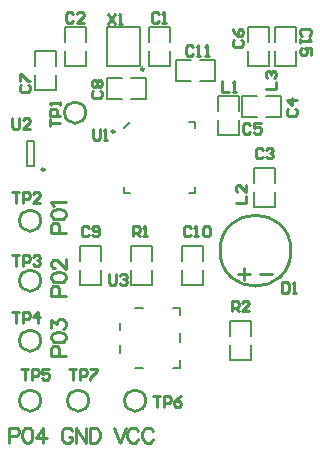
<source format=gto>
G04 Layer_Color=65535*
%FSLAX25Y25*%
%MOIN*%
G70*
G01*
G75*
%ADD22C,0.00787*%
%ADD29C,0.00984*%
%ADD30C,0.01000*%
%ADD31C,0.00600*%
%ADD32C,0.00500*%
D22*
X11181Y112866D02*
Y121134D01*
X8819Y112866D02*
Y121134D01*
Y112866D02*
X11181D01*
X8819Y121134D02*
X11181D01*
X41189Y125343D02*
X43158Y127311D01*
X62843D02*
X64811D01*
Y125343D02*
Y127311D01*
Y103689D02*
Y105657D01*
X62843Y103689D02*
X64811D01*
X41189D02*
X43158D01*
X41189D02*
Y105657D01*
D29*
X13535Y34500D02*
G03*
X13535Y34500I-3536J0D01*
G01*
X29535D02*
G03*
X29535Y34500I-3536J0D01*
G01*
X14823Y111488D02*
G03*
X14823Y111488I-492J0D01*
G01*
X13535Y54500D02*
G03*
X13535Y54500I-3536J0D01*
G01*
Y74500D02*
G03*
X13535Y74500I-3536J0D01*
G01*
Y94500D02*
G03*
X13535Y94500I-3536J0D01*
G01*
X38138Y124162D02*
G03*
X38138Y124162I-492J0D01*
G01*
X28536Y130500D02*
G03*
X28536Y130500I-3536J0D01*
G01*
X48535Y34500D02*
G03*
X48535Y34500I-3536J0D01*
G01*
D30*
X96929Y84501D02*
G03*
X96929Y84500I-11811J-1D01*
G01*
X48000Y145000D02*
G03*
X48000Y145000I-500J0D01*
G01*
X31000Y124999D02*
Y122083D01*
X31583Y121500D01*
X32749D01*
X33333Y122083D01*
Y124999D01*
X34499Y121500D02*
X35665D01*
X35082D01*
Y124999D01*
X34499Y124416D01*
X36300Y76699D02*
Y73783D01*
X36883Y73200D01*
X38049D01*
X38633Y73783D01*
Y76699D01*
X39799Y76116D02*
X40382Y76699D01*
X41548D01*
X42132Y76116D01*
Y75533D01*
X41548Y74950D01*
X40965D01*
X41548D01*
X42132Y74366D01*
Y73783D01*
X41548Y73200D01*
X40382D01*
X39799Y73783D01*
X4100Y128699D02*
Y125783D01*
X4683Y125200D01*
X5849D01*
X6433Y125783D01*
Y128699D01*
X9931Y125200D02*
X7599D01*
X9931Y127533D01*
Y128116D01*
X9348Y128699D01*
X8182D01*
X7599Y128116D01*
X23000Y44999D02*
X25333D01*
X24166D01*
Y41500D01*
X26499D02*
Y44999D01*
X28248D01*
X28831Y44416D01*
Y43249D01*
X28248Y42666D01*
X26499D01*
X29998Y44999D02*
X32330D01*
Y44416D01*
X29998Y42083D01*
Y41500D01*
X51000Y35999D02*
X53333D01*
X52166D01*
Y32500D01*
X54499D02*
Y35999D01*
X56248D01*
X56831Y35416D01*
Y34249D01*
X56248Y33666D01*
X54499D01*
X60330Y35999D02*
X59164Y35416D01*
X57998Y34249D01*
Y33083D01*
X58581Y32500D01*
X59747D01*
X60330Y33083D01*
Y33666D01*
X59747Y34249D01*
X57998D01*
X7000Y44999D02*
X9333D01*
X8166D01*
Y41500D01*
X10499D02*
Y44999D01*
X12248D01*
X12832Y44416D01*
Y43249D01*
X12248Y42666D01*
X10499D01*
X16330Y44999D02*
X13998D01*
Y43249D01*
X15164Y43833D01*
X15747D01*
X16330Y43249D01*
Y42083D01*
X15747Y41500D01*
X14581D01*
X13998Y42083D01*
X4000Y63999D02*
X6333D01*
X5166D01*
Y60500D01*
X7499D02*
Y63999D01*
X9248D01*
X9831Y63416D01*
Y62249D01*
X9248Y61666D01*
X7499D01*
X12747Y60500D02*
Y63999D01*
X10998Y62249D01*
X13330D01*
X4000Y82999D02*
X6333D01*
X5166D01*
Y79500D01*
X7499D02*
Y82999D01*
X9248D01*
X9831Y82416D01*
Y81249D01*
X9248Y80666D01*
X7499D01*
X10998Y82416D02*
X11581Y82999D01*
X12747D01*
X13330Y82416D01*
Y81833D01*
X12747Y81249D01*
X12164D01*
X12747D01*
X13330Y80666D01*
Y80083D01*
X12747Y79500D01*
X11581D01*
X10998Y80083D01*
X4000Y103999D02*
X6333D01*
X5166D01*
Y100500D01*
X7499D02*
Y103999D01*
X9248D01*
X9831Y103416D01*
Y102250D01*
X9248Y101666D01*
X7499D01*
X13330Y100500D02*
X10998D01*
X13330Y102833D01*
Y103416D01*
X12747Y103999D01*
X11581D01*
X10998Y103416D01*
X16501Y126000D02*
Y128333D01*
Y127166D01*
X20000D01*
Y129499D02*
X16501D01*
Y131248D01*
X17084Y131831D01*
X18250D01*
X18834Y131248D01*
Y129499D01*
X20000Y132998D02*
Y134164D01*
Y133581D01*
X16501D01*
X17084Y132998D01*
X77200Y64300D02*
Y67799D01*
X78949D01*
X79533Y67216D01*
Y66049D01*
X78949Y65466D01*
X77200D01*
X78366D02*
X79533Y64300D01*
X83031D02*
X80699D01*
X83031Y66633D01*
Y67216D01*
X82448Y67799D01*
X81282D01*
X80699Y67216D01*
X44200Y89300D02*
Y92799D01*
X45949D01*
X46533Y92216D01*
Y91049D01*
X45949Y90466D01*
X44200D01*
X45366D02*
X46533Y89300D01*
X47699D02*
X48865D01*
X48282D01*
Y92799D01*
X47699Y92216D01*
X78501Y100500D02*
X82000D01*
Y102833D01*
Y106332D02*
Y103999D01*
X79667Y106332D01*
X79084D01*
X78501Y105748D01*
Y104582D01*
X79084Y103999D01*
X74000Y140999D02*
Y137500D01*
X76333D01*
X77499D02*
X78665D01*
X78082D01*
Y140999D01*
X77499Y140416D01*
X94000Y73999D02*
Y70500D01*
X95749D01*
X96333Y71083D01*
Y73416D01*
X95749Y73999D01*
X94000D01*
X97499Y70500D02*
X98665D01*
X98082D01*
Y73999D01*
X97499Y73416D01*
X102916Y156167D02*
X103499Y156751D01*
Y157917D01*
X102916Y158500D01*
X100583D01*
X100000Y157917D01*
Y156751D01*
X100583Y156167D01*
X100000Y155001D02*
Y153835D01*
Y154418D01*
X103499D01*
X102916Y155001D01*
X103499Y149753D02*
Y152085D01*
X101749D01*
X102333Y150919D01*
Y150336D01*
X101749Y149753D01*
X100583D01*
X100000Y150336D01*
Y151502D01*
X100583Y152085D01*
X64333Y152416D02*
X63749Y152999D01*
X62583D01*
X62000Y152416D01*
Y150083D01*
X62583Y149500D01*
X63749D01*
X64333Y150083D01*
X65499Y149500D02*
X66665D01*
X66082D01*
Y152999D01*
X65499Y152416D01*
X68415Y149500D02*
X69581D01*
X68998D01*
Y152999D01*
X68415Y152416D01*
X63533Y92216D02*
X62949Y92799D01*
X61783D01*
X61200Y92216D01*
Y89883D01*
X61783Y89300D01*
X62949D01*
X63533Y89883D01*
X64699Y89300D02*
X65865D01*
X65282D01*
Y92799D01*
X64699Y92216D01*
X67615D02*
X68198Y92799D01*
X69364D01*
X69947Y92216D01*
Y89883D01*
X69364Y89300D01*
X68198D01*
X67615Y89883D01*
Y92216D01*
X29533D02*
X28949Y92799D01*
X27783D01*
X27200Y92216D01*
Y89883D01*
X27783Y89300D01*
X28949D01*
X29533Y89883D01*
X30699D02*
X31282Y89300D01*
X32448D01*
X33031Y89883D01*
Y92216D01*
X32448Y92799D01*
X31282D01*
X30699Y92216D01*
Y91633D01*
X31282Y91049D01*
X33031D01*
X31084Y137833D02*
X30501Y137249D01*
Y136083D01*
X31084Y135500D01*
X33417D01*
X34000Y136083D01*
Y137249D01*
X33417Y137833D01*
X31084Y138999D02*
X30501Y139582D01*
Y140748D01*
X31084Y141331D01*
X31667D01*
X32250Y140748D01*
X32834Y141331D01*
X33417D01*
X34000Y140748D01*
Y139582D01*
X33417Y138999D01*
X32834D01*
X32250Y139582D01*
X31667Y138999D01*
X31084D01*
X32250Y139582D02*
Y140748D01*
X7084Y139833D02*
X6501Y139250D01*
Y138083D01*
X7084Y137500D01*
X9417D01*
X10000Y138083D01*
Y139250D01*
X9417Y139833D01*
X6501Y140999D02*
Y143332D01*
X7084D01*
X9417Y140999D01*
X10000D01*
X78084Y154833D02*
X77501Y154250D01*
Y153083D01*
X78084Y152500D01*
X80417D01*
X81000Y153083D01*
Y154250D01*
X80417Y154833D01*
X77501Y158332D02*
X78084Y157165D01*
X79251Y155999D01*
X80417D01*
X81000Y156582D01*
Y157748D01*
X80417Y158332D01*
X79834D01*
X79251Y157748D01*
Y155999D01*
X83333Y126416D02*
X82749Y126999D01*
X81583D01*
X81000Y126416D01*
Y124083D01*
X81583Y123500D01*
X82749D01*
X83333Y124083D01*
X86831Y126999D02*
X84499D01*
Y125250D01*
X85665Y125833D01*
X86248D01*
X86831Y125250D01*
Y124083D01*
X86248Y123500D01*
X85082D01*
X84499Y124083D01*
X96084Y131833D02*
X95501Y131249D01*
Y130083D01*
X96084Y129500D01*
X98417D01*
X99000Y130083D01*
Y131249D01*
X98417Y131833D01*
X99000Y134748D02*
X95501D01*
X97251Y132999D01*
Y135331D01*
X87533Y118216D02*
X86949Y118799D01*
X85783D01*
X85200Y118216D01*
Y115883D01*
X85783Y115300D01*
X86949D01*
X87533Y115883D01*
X88699Y118216D02*
X89282Y118799D01*
X90448D01*
X91031Y118216D01*
Y117633D01*
X90448Y117050D01*
X89865D01*
X90448D01*
X91031Y116466D01*
Y115883D01*
X90448Y115300D01*
X89282D01*
X88699Y115883D01*
X24332Y163416D02*
X23749Y163999D01*
X22583D01*
X22000Y163416D01*
Y161083D01*
X22583Y160500D01*
X23749D01*
X24332Y161083D01*
X27831Y160500D02*
X25499D01*
X27831Y162833D01*
Y163416D01*
X27248Y163999D01*
X26082D01*
X25499Y163416D01*
X52833D02*
X52249Y163999D01*
X51083D01*
X50500Y163416D01*
Y161083D01*
X51083Y160500D01*
X52249D01*
X52833Y161083D01*
X53999Y160500D02*
X55165D01*
X54582D01*
Y163999D01*
X53999Y163416D01*
X36000Y163499D02*
X38333Y160000D01*
Y163499D02*
X36000Y160000D01*
X39499D02*
X40665D01*
X40082D01*
Y163499D01*
X39499Y162916D01*
X88501Y138500D02*
X92000D01*
Y140833D01*
X89084Y141999D02*
X88501Y142582D01*
Y143748D01*
X89084Y144332D01*
X89667D01*
X90251Y143748D01*
Y143165D01*
Y143748D01*
X90834Y144332D01*
X91417D01*
X92000Y143748D01*
Y142582D01*
X91417Y141999D01*
X79213Y76869D02*
X83211D01*
X81212Y78869D02*
Y74870D01*
X86693Y76869D02*
X90692D01*
X24071Y24309D02*
X23833Y24785D01*
X23357Y25261D01*
X22880Y25499D01*
X21928D01*
X21452Y25261D01*
X20976Y24785D01*
X20738Y24309D01*
X20500Y23595D01*
Y22404D01*
X20738Y21690D01*
X20976Y21214D01*
X21452Y20738D01*
X21928Y20500D01*
X22880D01*
X23357Y20738D01*
X23833Y21214D01*
X24071Y21690D01*
Y22404D01*
X22880D02*
X24071D01*
X25213Y25499D02*
Y20500D01*
Y25499D02*
X28546Y20500D01*
Y25499D02*
Y20500D01*
X29926Y25499D02*
Y20500D01*
Y25499D02*
X31593D01*
X32307Y25261D01*
X32783Y24785D01*
X33021Y24309D01*
X33259Y23595D01*
Y22404D01*
X33021Y21690D01*
X32783Y21214D01*
X32307Y20738D01*
X31593Y20500D01*
X29926D01*
X38000Y25499D02*
X39904Y20500D01*
X41809Y25499D02*
X39904Y20500D01*
X46022Y24309D02*
X45784Y24785D01*
X45308Y25261D01*
X44832Y25499D01*
X43880D01*
X43404Y25261D01*
X42928Y24785D01*
X42689Y24309D01*
X42451Y23595D01*
Y22404D01*
X42689Y21690D01*
X42928Y21214D01*
X43404Y20738D01*
X43880Y20500D01*
X44832D01*
X45308Y20738D01*
X45784Y21214D01*
X46022Y21690D01*
X50997Y24309D02*
X50759Y24785D01*
X50283Y25261D01*
X49807Y25499D01*
X48855D01*
X48379Y25261D01*
X47903Y24785D01*
X47665Y24309D01*
X47427Y23595D01*
Y22404D01*
X47665Y21690D01*
X47903Y21214D01*
X48379Y20738D01*
X48855Y20500D01*
X49807D01*
X50283Y20738D01*
X50759Y21214D01*
X50997Y21690D01*
X3000Y22880D02*
X5142D01*
X5856Y23119D01*
X6095Y23357D01*
X6333Y23833D01*
Y24547D01*
X6095Y25023D01*
X5856Y25261D01*
X5142Y25499D01*
X3000D01*
Y20500D01*
X8880Y25499D02*
X8166Y25261D01*
X7689Y24547D01*
X7451Y23357D01*
Y22642D01*
X7689Y21452D01*
X8166Y20738D01*
X8880Y20500D01*
X9356D01*
X10070Y20738D01*
X10546Y21452D01*
X10784Y22642D01*
Y23357D01*
X10546Y24547D01*
X10070Y25261D01*
X9356Y25499D01*
X8880D01*
X14283D02*
X11903Y22166D01*
X15473D01*
X14283Y25499D02*
Y20500D01*
X19620Y49500D02*
Y51642D01*
X19381Y52357D01*
X19143Y52595D01*
X18667Y52833D01*
X17953D01*
X17477Y52595D01*
X17239Y52357D01*
X17001Y51642D01*
Y49500D01*
X22000D01*
X17001Y55380D02*
X17239Y54666D01*
X17953Y54189D01*
X19143Y53952D01*
X19858D01*
X21048Y54189D01*
X21762Y54666D01*
X22000Y55380D01*
Y55856D01*
X21762Y56570D01*
X21048Y57046D01*
X19858Y57284D01*
X19143D01*
X17953Y57046D01*
X17239Y56570D01*
X17001Y55856D01*
Y55380D01*
Y58879D02*
Y61497D01*
X18905Y60069D01*
Y60783D01*
X19143Y61259D01*
X19381Y61497D01*
X20096Y61735D01*
X20572D01*
X21286Y61497D01*
X21762Y61021D01*
X22000Y60307D01*
Y59593D01*
X21762Y58879D01*
X21524Y58641D01*
X21048Y58403D01*
X19620Y69500D02*
Y71642D01*
X19381Y72357D01*
X19143Y72595D01*
X18667Y72833D01*
X17953D01*
X17477Y72595D01*
X17239Y72357D01*
X17001Y71642D01*
Y69500D01*
X22000D01*
X17001Y75380D02*
X17239Y74666D01*
X17953Y74190D01*
X19143Y73952D01*
X19858D01*
X21048Y74190D01*
X21762Y74666D01*
X22000Y75380D01*
Y75856D01*
X21762Y76570D01*
X21048Y77046D01*
X19858Y77284D01*
X19143D01*
X17953Y77046D01*
X17239Y76570D01*
X17001Y75856D01*
Y75380D01*
X18191Y78641D02*
X17953D01*
X17477Y78879D01*
X17239Y79117D01*
X17001Y79593D01*
Y80545D01*
X17239Y81021D01*
X17477Y81259D01*
X17953Y81498D01*
X18429D01*
X18905Y81259D01*
X19620Y80783D01*
X22000Y78403D01*
Y81735D01*
X19620Y90500D02*
Y92642D01*
X19381Y93357D01*
X19143Y93595D01*
X18667Y93833D01*
X17953D01*
X17477Y93595D01*
X17239Y93357D01*
X17001Y92642D01*
Y90500D01*
X22000D01*
X17001Y96380D02*
X17239Y95666D01*
X17953Y95189D01*
X19143Y94951D01*
X19858D01*
X21048Y95189D01*
X21762Y95666D01*
X22000Y96380D01*
Y96856D01*
X21762Y97570D01*
X21048Y98046D01*
X19858Y98284D01*
X19143D01*
X17953Y98046D01*
X17239Y97570D01*
X17001Y96856D01*
Y96380D01*
X17953Y99403D02*
X17715Y99879D01*
X17001Y100593D01*
X22000D01*
D31*
X76500Y48000D02*
Y53000D01*
Y48000D02*
X83500D01*
Y53000D01*
Y56000D02*
Y61000D01*
X76500D02*
X83500D01*
X76500Y56000D02*
Y61000D01*
X84500Y99000D02*
Y104000D01*
Y99000D02*
X91500D01*
Y104000D01*
Y107000D02*
Y112000D01*
X84500D02*
X91500D01*
X84500Y107000D02*
Y112000D01*
X26500Y73000D02*
Y78000D01*
Y73000D02*
X33500D01*
Y78000D01*
Y81000D02*
Y86000D01*
X26500D02*
X33500D01*
X26500Y81000D02*
Y86000D01*
X60500Y73000D02*
Y78000D01*
Y73000D02*
X67500D01*
Y78000D01*
Y81000D02*
Y86000D01*
X60500D02*
X67500D01*
X60500Y81000D02*
Y86000D01*
X43500Y73000D02*
Y78000D01*
Y73000D02*
X50500D01*
Y78000D01*
Y81000D02*
Y86000D01*
X43500D02*
X50500D01*
X43500Y81000D02*
Y86000D01*
X88500Y129000D02*
X93500D01*
Y136000D01*
X88500D02*
X93500D01*
X80500D02*
X85500D01*
X80500Y129000D02*
Y136000D01*
Y129000D02*
X85500D01*
X79500Y131000D02*
Y136000D01*
X72500D02*
X79500D01*
X72500Y131000D02*
Y136000D01*
Y123000D02*
Y128000D01*
Y123000D02*
X79500D01*
Y128000D01*
X89500Y154000D02*
Y159000D01*
X82500D02*
X89500D01*
X82500Y154000D02*
Y159000D01*
Y146000D02*
Y151000D01*
Y146000D02*
X89500D01*
Y151000D01*
X98500Y154000D02*
Y159000D01*
X91500D02*
X98500D01*
X91500Y154000D02*
Y159000D01*
Y146000D02*
Y151000D01*
Y146000D02*
X98500D01*
Y151000D01*
X58500Y148000D02*
X63500D01*
X58500Y141000D02*
Y148000D01*
Y141000D02*
X63500D01*
X66500D02*
X71500D01*
Y148000D01*
X66500D02*
X71500D01*
X18500Y146000D02*
Y151000D01*
X11500D02*
X18500D01*
X11500Y146000D02*
Y151000D01*
Y138000D02*
Y143000D01*
Y138000D02*
X18500D01*
Y143000D01*
X35500Y142000D02*
X40500D01*
X35500Y135000D02*
Y142000D01*
Y135000D02*
X40500D01*
X43500D02*
X48500D01*
Y142000D01*
X43500D02*
X48500D01*
X49500Y146000D02*
Y151000D01*
Y146000D02*
X56500D01*
Y151000D01*
Y154000D02*
Y159000D01*
X49500D02*
X56500D01*
X49500Y154000D02*
Y159000D01*
X28500Y154000D02*
Y159000D01*
X21500D02*
X28500D01*
X21500Y154000D02*
Y159000D01*
Y146000D02*
Y151000D01*
Y146000D02*
X28500D01*
Y151000D01*
D32*
X40000Y58000D02*
Y60500D01*
Y50500D02*
Y53000D01*
X45000Y45500D02*
X47500D01*
X57500D02*
X60000D01*
Y48000D01*
Y54000D02*
Y57000D01*
X57500Y65500D02*
X60000D01*
Y63000D02*
Y65500D01*
X45000D02*
X47500D01*
X35500Y146000D02*
Y159000D01*
X46500D01*
Y146000D02*
Y159000D01*
X35500Y146000D02*
X46500D01*
M02*

</source>
